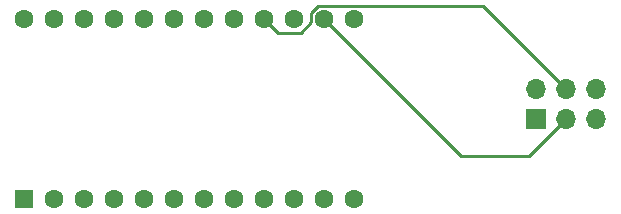
<source format=gbr>
G04 #@! TF.GenerationSoftware,KiCad,Pcbnew,(5.1.4)-1*
G04 #@! TF.CreationDate,2022-03-14T15:20:43-07:00*
G04 #@! TF.ProjectId,Micro-Flasher-ASP,4d696372-6f2d-4466-9c61-736865722d41,rev?*
G04 #@! TF.SameCoordinates,Original*
G04 #@! TF.FileFunction,Copper,L2,Bot*
G04 #@! TF.FilePolarity,Positive*
%FSLAX46Y46*%
G04 Gerber Fmt 4.6, Leading zero omitted, Abs format (unit mm)*
G04 Created by KiCad (PCBNEW (5.1.4)-1) date 2022-03-14 15:20:43*
%MOMM*%
%LPD*%
G04 APERTURE LIST*
%ADD10O,1.700000X1.700000*%
%ADD11R,1.700000X1.700000*%
%ADD12C,1.600000*%
%ADD13R,1.600000X1.600000*%
%ADD14C,0.250000*%
G04 APERTURE END LIST*
D10*
X148748750Y-61753750D03*
X148748750Y-64293750D03*
X146208750Y-61753750D03*
X146208750Y-64293750D03*
X143668750Y-61753750D03*
D11*
X143668750Y-64293750D03*
D12*
X100330000Y-55880000D03*
X102870000Y-55880000D03*
X105410000Y-55880000D03*
X107950000Y-55880000D03*
X110490000Y-55880000D03*
X113030000Y-55880000D03*
X115570000Y-55880000D03*
X118110000Y-55880000D03*
X120650000Y-55880000D03*
X123190000Y-55880000D03*
X125730000Y-55880000D03*
X128270000Y-55880000D03*
X128270000Y-71120000D03*
X125730000Y-71120000D03*
X123190000Y-71120000D03*
X120650000Y-71120000D03*
X118110000Y-71120000D03*
X115570000Y-71120000D03*
X113030000Y-71120000D03*
X110490000Y-71120000D03*
X107950000Y-71120000D03*
X105410000Y-71120000D03*
X102870000Y-71120000D03*
D13*
X100330000Y-71120000D03*
D14*
X139209999Y-54754999D02*
X146208750Y-61753750D01*
X121775001Y-57005001D02*
X123730001Y-57005001D01*
X120650000Y-55880000D02*
X121775001Y-57005001D01*
X124604999Y-56130003D02*
X124604999Y-55339999D01*
X124604999Y-55339999D02*
X125189999Y-54754999D01*
X123730001Y-57005001D02*
X124604999Y-56130003D01*
X125189999Y-54754999D02*
X139209999Y-54754999D01*
X143033750Y-67468750D02*
X146208750Y-64293750D01*
X125730000Y-55880000D02*
X137318750Y-67468750D01*
X137318750Y-67468750D02*
X143033750Y-67468750D01*
M02*

</source>
